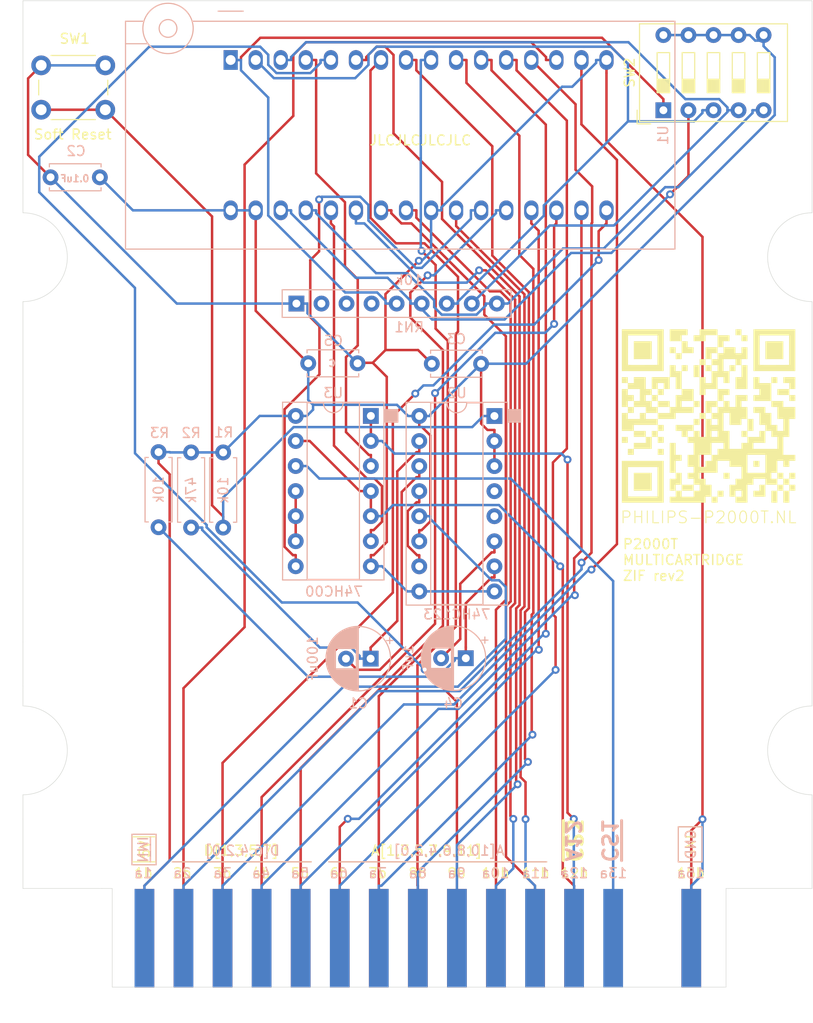
<source format=kicad_pcb>
(kicad_pcb (version 20221018) (generator pcbnew)
  (layers (0 "F.Cu" signal) (31 "B.Cu" signal) (34 "B.Paste" user) (35 "F.Paste" user) (36 "B.SilkS" user "B.Silkscreen") (37 "F.SilkS" user "F.Silkscreen") (38 "B.Mask" user) (39 "F.Mask" user) (44 "Edge.Cuts" user))
  (net 0 "")
  (net 1 "GND")
  (net 2 "+5V")
  (net 3 "D1")
  (net 4 "D3")
  (net 5 "D5")
  (net 6 "D7")
  (net 7 "A1")
  (net 8 "A3")
  (net 9 "A5")
  (net 10 "A7")
  (net 11 "A9")
  (net 12 "A11")
  (net 13 "A12")
  (net 14 "A10")
  (net 15 "A8")
  (net 16 "A6")
  (net 17 "A4")
  (net 18 "A2")
  (net 19 "A0")
  (net 20 "D6")
  (net 21 "D4")
  (net 22 "D2")
  (net 23 "D0")
  (net 24 "~{CARSEL1}")
  (net 25 "~{CARSEL2}")
  (net 26 "A12C")
  (net 27 "A14")
  (net 28 "A15")
  (net 29 "A16")
  (net 30 "A17")
  (net 31 "A18")
  (net 32 "A13")
  (net 33 "~{CS}")
  (net 34 "~{NMI}")
  (net 35 "Net-(U3-Pad10)")
  (net 36 "Net-(C1-Pad1)")
  (net 37 "Net-(C1-Pad2)")
  (net 38 "Net-(C4-Pad1)")
  (net 39 "Net-(C4-Pad2)")
  (net 40 "Net-(R1-Pad2)")
  (net 44 "Net-(U2-Pad10)")
  (footprint "Button_Switch_THT:SW_PUSH_6mm" (layer "F.Cu") (at 44.997 50.695)
    (fp_text reference "SW1")
    (fp_text value "Soft Reset")
  )
  (footprint "Button_Switch_THT:SW_DIP_SPSTx05_Slide_9.78x14.88mm_W7.62mm_P2.54mm" (layer "F.Cu") (at 108.077 55.245 90)
    (fp_text reference "SW2")
    (fp_text value "SW_DIP_x05")
  )
  (footprint "libs:qrcode" (layer "F.Cu") (at 112.649 86.233)
    (fp_text reference "G***")
    (fp_text value "LOGO" hide)
  )
  (footprint "Package_DIP:DIP-14_W7.62mm_Socket" (layer "B.Cu") (at 78.421 86.237 180)
    (fp_text reference "U3")
    (fp_text value "74HC00")
  )
  (footprint "Capacitor_THT:C_Disc_D5.0mm_W2.5mm_P5.00mm" (layer "B.Cu") (at 72.071 80.903)
    (fp_text reference "C5")
    (fp_text value "C")
  )
  (footprint "Capacitor_THT:C_Disc_D5.0mm_W2.5mm_P5.00mm" (layer "B.Cu") (at 50.947 62.045 180)
    (fp_text reference "C2")
    (fp_text value "0.1uF")
  )
  (footprint "Package_DIP:DIP-16_W7.62mm_Socket" (layer "B.Cu") (at 90.947 86.245 180)
    (fp_text reference "U2")
    (fp_text value "74HC123")
  )
  (footprint "Capacitor_THT:CP_Radial_D6.3mm_P2.50mm" (layer "B.Cu") (at 78.397 110.845 180)
    (fp_text reference "C1")
    (fp_text value "100uF")
  )
  (footprint "Capacitor_THT:C_Disc_D5.0mm_W2.5mm_P5.00mm" (layer "B.Cu") (at 89.597 80.945 180)
    (fp_text reference "C3")
    (fp_text value "0.1uF")
  )
  (footprint "Resistor_THT:R_Axial_DIN0207_L6.3mm_D2.5mm_P7.62mm_Horizontal" (layer "B.Cu") (at 63.447 89.935 -90)
    (fp_text reference "R1")
    (fp_text value "10k")
  )
  (footprint "Resistor_THT:R_Axial_DIN0207_L6.3mm_D2.5mm_P7.62mm_Horizontal" (layer "B.Cu") (at 60.197 89.935 -90)
    (fp_text reference "R2")
    (fp_text value "47k")
  )
  (footprint "Resistor_THT:R_Axial_DIN0207_L6.3mm_D2.5mm_P7.62mm_Horizontal" (layer "B.Cu") (at 56.897 97.525 90)
    (fp_text reference "R3")
    (fp_text value "10k")
  )
  (footprint "p2000t_cartridge:p2000t_cartridge_edge" (layer "B.Cu") (at 83.185 139.192)
    (fp_text reference "J1")
    (fp_text value "P2000T_cartridge_edge")
  )
  (footprint "Capacitor_THT:CP_Radial_D6.3mm_P2.50mm" (layer "B.Cu") (at 88.043 110.803 180)
    (fp_text reference "C4")
    (fp_text value "1uF")
  )
  (footprint "Resistor_THT:R_Array_SIP9" (layer "B.Cu") (at 70.872 74.845)
    (fp_text reference "RN1")
    (fp_text value "10k")
  )
  (footprint "Socket:DIP_Socket-32_W11.9_W12.7_W15.24_W17.78_W18.5_3M_232-1285-00-0602J" (layer "B.Cu") (at 64.207 50.1525 -90)
    (fp_text reference "U1")
    (fp_text value "SST39SF040")
  )
  (gr_line (start 96.251 131.445) (end 74.153 131.445) (stroke (width 0.12)) (layer "B.SilkS"))
  (gr_line (start 72.375 131.445) (end 58.278 131.445) (stroke (width 0.12)) (layer "B.SilkS"))
  (gr_line (start 54.197 131.745) (end 54.197 128.645) (stroke (width 0.12)) (layer "B.SilkS"))
  (gr_line (start 111.999 131.451) (end 109.586 131.451) (stroke (width 0.12)) (layer "B.SilkS"))
  (gr_line (start 111.999 127.895) (end 111.999 131.451) (stroke (width 0.12)) (layer "B.SilkS"))
  (gr_line (start 109.586 127.895) (end 111.999 127.895) (stroke (width 0.12)) (layer "B.SilkS"))
  (gr_line (start 109.586 131.451) (end 109.586 127.895) (stroke (width 0.12)) (layer "B.SilkS"))
  (gr_line (start 56.647 131.745) (end 54.197 131.745) (stroke (width 0.12)) (layer "B.SilkS"))
  (gr_rect (start 79.883 85.598) (end 81.153 86.868) (stroke (width 0.12)) (fill solid) (layer "B.SilkS"))
  (gr_line (start 54.197 128.645) (end 56.647 128.645) (stroke (width 0.12)) (layer "B.SilkS"))
  (gr_line (start 56.647 128.645) (end 56.647 131.745) (stroke (width 0.12)) (layer "B.SilkS"))
  (gr_rect (start 92.329 85.598) (end 93.599 86.868) (stroke (width 0.12)) (fill solid) (layer "B.SilkS"))
  (gr_line (start 54.214 128.905) (end 54.214 131.445) (stroke (width 0.12)) (layer "F.SilkS"))
  (gr_line (start 109.586 131.445) (end 111.999 131.445) (stroke (width 0.12)) (layer "F.SilkS"))
  (gr_line (start 109.586 127.889) (end 109.586 131.445) (stroke (width 0.12)) (layer "F.SilkS"))
  (gr_line (start 56.627 131.445) (end 56.627 128.905) (stroke (width 0.12)) (layer "F.SilkS"))
  (gr_line (start 58.278 131.445) (end 72.375 131.445) (stroke (width 0.12)) (layer "F.SilkS"))
  (gr_line (start 56.627 128.905) (end 54.214 128.905) (stroke (width 0.12)) (layer "F.SilkS"))
  (gr_line (start 54.214 131.445) (end 56.627 131.445) (stroke (width 0.12)) (layer "F.SilkS"))
  (gr_line (start 111.999 127.889) (end 109.586 127.889) (stroke (width 0.12)) (layer "F.SilkS"))
  (gr_line (start 111.999 131.445) (end 111.999 127.889) (stroke (width 0.12)) (layer "F.SilkS"))
  (gr_line (start 74.153 131.445) (end 96.251 131.445) (stroke (width 0.12)) (layer "F.SilkS"))
  (gr_line (start 43.147 63.645) (end 43.147 59.145) (stroke (width 0.05)) (layer "Edge.Cuts"))
  (gr_line (start 43.147 109.145) (end 43.147 113.645) (stroke (width 0.05)) (layer "Edge.Cuts"))
  (gr_arc (start 43.147 115.645) (mid 47.647 120.145) (end 43.147 124.645) (stroke (width 0.05)) (layer "Edge.Cuts"))
  (gr_line (start 43.147 114.145) (end 43.147 113.645) (stroke (width 0.05)) (layer "Edge.Cuts"))
  (gr_line (start 43.147 127.145) (end 43.147 124.645) (stroke (width 0.05)) (layer "Edge.Cuts"))
  (gr_line (start 43.147 115.645) (end 43.147 114.145) (stroke (width 0.05)) (layer "Edge.Cuts"))
  (gr_arc (start 43.147 65.645) (mid 47.647 70.145) (end 43.147 74.645) (stroke (width 0.05)) (layer "Edge.Cuts"))
  (gr_line (start 123.147 127.145) (end 123.147 124.645) (stroke (width 0.05)) (layer "Edge.Cuts"))
  (gr_line (start 43.147 109.145) (end 43.147 74.645) (stroke (width 0.05)) (layer "Edge.Cuts"))
  (gr_line (start 43.147 65.645) (end 43.147 63.645) (stroke (width 0.05)) (layer "Edge.Cuts"))
  (gr_line (start 123.147 134.145) (end 123.147 127.145) (stroke (width 0.05)) (layer "Edge.Cuts"))
  (gr_line (start 43.147 44.145) (end 43.147 59.145) (stroke (width 0.05)) (layer "Edge.Cuts"))
  (gr_line (start 43.147 134.145) (end 43.147 127.145) (stroke (width 0.05)) (layer "Edge.Cuts"))
  (gr_line (start 123.147 74.745) (end 123.147 74.645) (stroke (width 0.05)) (layer "Edge.Cuts"))
  (gr_line (start 123.147 115.645) (end 123.147 110.045) (stroke (width 0.05)) (layer "Edge.Cuts"))
  (gr_line (start 123.147 100.457) (end 123.147001 94.845) (stroke (width 0.05)) (layer "Edge.Cuts"))
  (gr_line (start 123.147001 83.445001) (end 123.147 77.845) (stroke (width 0.05)) (layer "Edge.Cuts"))
  (gr_line (start 123.147 63.445) (end 123.147 57.845) (stroke (width 0.05)) (layer "Edge.Cuts"))
  (gr_line (start 114.427 134.145) (end 115.147 134.145) (stroke (width 0.05)) (layer "Edge.Cuts"))
  (gr_line (start 114.427 144.145) (end 52.197 144.145) (stroke (width 0.05)) (layer "Edge.Cuts"))
  (gr_line (start 51.147 134.145) (end 52.197 134.145) (stroke (width 0.05)) (layer "Edge.Cuts"))
  (gr_line (start 51.147 134.145) (end 43.147 134.145) (stroke (width 0.05)) (layer "Edge.Cuts"))
  (gr_line (start 123.147 110.045) (end 123.147 100.457) (stroke (width 0.05)) (layer "Edge.Cuts"))
  (gr_line (start 123.147 56.145) (end 123.147 44.145) (stroke (width 0.05)) (layer "Edge.Cuts"))
  (gr_line (start 123.147 44.145) (end 43.147 44.145) (stroke (width 0.05)) (layer "Edge.Cuts"))
  (gr_line (start 123.147 74.745) (end 123.147 77.845) (stroke (width 0.05)) (layer "Edge.Cuts"))
  (gr_line (start 52.197 144.145) (end 52.197 134.145) (stroke (width 0.05)) (layer "Edge.Cuts"))
  (gr_line (start 114.427 144.145) (end 114.427 134.145) (stroke (width 0.05)) (layer "Edge.Cuts"))
  (gr_arc (start 123.147 74.645) (mid 118.647 70.145) (end 123.147 65.645) (stroke (width 0.05)) (layer "Edge.Cuts"))
  (gr_line (start 123.147 56.145) (end 123.147 57.845) (stroke (width 0.05)) (layer "Edge.Cuts"))
  (gr_line (start 115.147 134.145) (end 123.147 134.145) (stroke (width 0.05)) (layer "Edge.Cuts"))
  (gr_arc (start 123.147 124.645) (mid 118.647 120.145) (end 123.147 115.645) (stroke (width 0.05)) (layer "Edge.Cuts"))
  (gr_line (start 123.147 65.645) (end 123.147 63.445) (stroke (width 0.05)) (layer "Edge.Cuts"))
  (gr_line (start 123.147001 83.445001) (end 123.147001 94.845) (stroke (width 0.05)) (layer "Edge.Cuts"))
  (gr_text "15a" (at 110.856 132.588) (layer "B.SilkS") (effects (font (size 1 1)) (justify mirror)))
  (gr_text "~{CS1}" (at 102.601 129.286 -90) (layer "B.SilkS") (effects (font (size 1.5 1.5) (thickness 0.3)) (justify mirror)))
  (gr_text "A12" (at 98.918 129.286 -90) (layer "B.SilkS") (effects (font (size 1.5 1.5) (thickness 0.3)) (justify mirror)))
  (gr_text "A[10,8,6,4,2,0]" (at 86.345 130.302) (layer "B.SilkS") (effects (font (size 1 1)) (justify mirror)))
  (gr_text "D[6,4,2,0]" (at 65.39 130.302) (layer "B.SilkS") (effects (font (size 1 1)) (justify mirror)))
  (gr_text "1a" (at 55.344 132.588) (layer "B.SilkS") (effects (font (size 1 1)) (justify mirror)))
  (gr_text "~{NMI}" (at 55.247 130.195 270) (layer "B.SilkS") (effects (font (size 1 1)) (justify mirror)))
  (gr_text "GND" (at 110.856 129.673 90) (layer "B.SilkS") (effects (font (size 1 1)) (justify mirror)))
  (gr_text "12a" (at 99.045 132.588) (layer "B.SilkS") (effects (font (size 1 1)) (justify mirror)))
  (gr_text "5a" (at 71.232 132.588) (layer "B.SilkS") (effects (font (size 1 1)) (justify mirror)))
  (gr_text "3a" (at 63.358 132.588) (layer "B.SilkS") (effects (font (size 1 1)) (justify mirror)))
  (gr_text "13a" (at 102.982 132.588) (layer "B.SilkS") (effects (font (size 1 1)) (justify mirror)))
  (gr_text "10a" (at 91.044 132.588) (layer "B.SilkS") (effects (font (size 1 1)) (justify mirror)))
  (gr_text "6a" (at 75.169 132.588) (layer "B.SilkS") (effects (font (size 1 1)) (justify mirror)))
  (gr_text "8a" (at 83.17 132.588) (layer "B.SilkS") (effects (font (size 1 1)) (justify mirror)))
  (gr_text "4a" (at 67.295 132.588) (layer "B.SilkS") (effects (font (size 1 1)) (justify mirror)))
  (gr_text "2a" (at 59.294 132.588) (layer "B.SilkS") (effects (font (size 1 1)) (justify mirror)))
  (gr_text "7a" (at 79.106 132.588) (layer "B.SilkS") (effects (font (size 1 1)) (justify mirror)))
  (gr_text "11a" (at 95.108 132.588) (layer "B.SilkS") (effects (font (size 1 1)) (justify mirror)))
  (gr_text "9a" (at 87.107 132.588) (layer "B.SilkS") (effects (font (size 1 1)) (justify mirror)))
  (gr_text "9b" (at 87.107 132.588) (layer "F.SilkS") (effects (font (size 1 1))))
  (gr_text "6b" (at 75.169 132.588) (layer "F.SilkS") (effects (font (size 1 1))))
  (gr_text "8b" (at 83.17 132.588) (layer "F.SilkS") (effects (font (size 1 1))))
  (gr_text "4b" (at 67.295 132.588) (layer "F.SilkS") (effects (font (size 1 1))))
  (gr_text "1b" (at 55.357 132.588) (layer "F.SilkS") (effects (font (size 1 1))))
  (gr_text "2b" (at 59.294 132.588) (layer "F.SilkS") (effects (font (size 1 1))))
  (gr_text "5b" (at 71.232 132.588) (layer "F.SilkS") (effects (font (size 1 1))))
  (gr_text "7b" (at 79.106 132.588) (layer "F.SilkS") (effects (font (size 1 1))))
  (gr_text "11b" (at 95.108 132.588) (layer "F.SilkS") (effects (font (size 1 1))))
  (gr_text "12b" (at 99.045 132.588) (layer "F.SilkS") (effects (font (size 1 1))))
  (gr_text "15b" (at 110.856 132.588) (layer "F.SilkS") (effects (font (size 1 1))))
  (gr_text "3b" (at 63.358 132.588) (layer "F.SilkS") (effects (font (size 1 1))))
  (gr_text "10b" (at 91.044 132.588) (layer "F.SilkS") (effects (font (size 1 1))))
  (gr_text "GND" (at 110.856 129.667 90) (layer "F.SilkS") (effects (font (size 1 1))))
  (gr_text "A[1,3,5,7,9,11]" (at 84.059 130.302) (layer "F.SilkS") (effects (font (size 1 1))))
  (gr_text "P2000T\nMULTICARTRIDGE\nZIF rev2" (at 103.886 100.838) (layer "F.SilkS") (effects (font (size 1 1)) (justify left)))
  (gr_text "5V" (at 55.484 130.175 90) (layer "F.SilkS") (effects (font (size 1 1))))
  (gr_text "JLCJLCJLCJLC" (at 83.439 58.293) (layer "F.SilkS") (effects (font (size 1 1))))
  (gr_text "D[1,3,5,7]" (at 65.263 130.302) (layer "F.SilkS") (effects (font (size 1 1))))
  (gr_text "~{CS2}" (at 99.172 129.286 90) (layer "F.SilkS") (effects (font (size 1.5 1.5) (thickness 0.3))))
  (gr_text "PHILIPS-P2000T.NL" (at 112.649 96.52) (layer "F.SilkS") (effects (font (size 1.2 1.2) (thickness 0.1))))
  (segment (start 102.307 58.3543) (end 102.307 51.4778) (width 0.25) (layer "F.Cu") (net 1))
  (segment (start 77.1235 80.8505) (end 78.6087 80.8505) (width 0.25) (layer "F.Cu") (net 1))
  (segment (start 43.6717 59.7697) (end 43.6717 52.0203) (width 0.25) (layer "F.Cu") (net 1))
  (segment (start 78.7023 100.3517) (end 78.421 100.3517) (width 0.25) (layer "F.Cu") (net 1))
  (segment (start 43.6717 52.0203) (end 44.997 50.695) (width 0.25) (layer "F.Cu") (net 1))
  (segment (start 110.905 139.192) (end 110.905 133.8667) (width 0.25) (layer "F.Cu") (net 1))
  (segment (start 110.905 128.2615) (end 110.905 133.8667) (width 0.25) (layer "F.Cu") (net 1))
  (segment (start 112.04 68.0873) (end 102.307 58.3543) (width 0.25) (layer "F.Cu") (net 1))
  (segment (start 45.947 62.045) (end 43.6717 59.7697) (width 0.25) (layer "F.Cu") (net 1))
  (segment (start 112.04 127.1265) (end 110.905 128.2615) (width 0.25) (layer "F.Cu") (net 1))
  (segment (start 78.6087 80.8505) (end 79.9017 79.5575) (width 0.25) (layer "F.Cu") (net 1))
  (segment (start 78.421 101.477) (end 78.421 100.3517) (width 0.25) (layer "F.Cu") (net 1))
  (segment (start 79.9017 73.8844) (end 83.2813 70.5048) (width 0.25) (layer "F.Cu") (net 1))
  (segment (start 77.071 80.903) (end 77.1235 80.8505) (width 0.25) (layer "F.Cu") (net 1))
  (segment (start 102.307 50.1525) (end 102.307 51.4778) (width 0.25) (layer "F.Cu") (net 1))
  (segment (start 79.9017 79.5575) (end 79.9017 73.8844) (width 0.25) (layer "F.Cu") (net 1))
  (segment (start 79.9017 79.5575) (end 83.2095 79.5575) (width 0.25) (layer "F.Cu") (net 1))
  (segment (start 78.6087 80.8505) (end 80.031 82.2728) (width 0.25) (layer "F.Cu") (net 1))
  (segment (start 112.04 127.1265) (end 112.04 68.0873) (width 0.25) (layer "F.Cu") (net 1))
  (segment (start 80.031 82.2728) (end 80.031 99.023) (width 0.25) (layer "F.Cu") (net 1))
  (segment (start 80.031 99.023) (end 78.7023 100.3517) (width 0.25) (layer "F.Cu") (net 1))
  (segment (start 83.2095 79.5575) (end 84.597 80.945) (width 0.25) (layer "F.Cu") (net 1))
  (via (at 83.2813 70.5048) (size 0.8) (drill 0.4) (layers "F.Cu" "B.Cu") (net 1))
  (via (at 112.04 127.1265) (size 0.8) (drill 0.4) (layers "F.Cu" "B.Cu") (net 1))
  (segment (start 78.421 101.477) (end 79.5463 101.477) (width 0.25) (layer "B.Cu") (net 1))
  (segment (start 83.327 104.025) (end 82.0943 104.025) (width 0.25) (layer "B.Cu") (net 1))
  (segment (start 110.905 139.192) (end 110.905 133.8667) (width 0.25) (layer "B.Cu") (net 1))
  (segment (start 110.905 133.8667) (end 112.04 132.7317) (width 0.25) (layer "B.Cu") (net 1))
  (segment (start 70.872 74.845) (end 71.9973 74.845) (width 0.25) (layer "B.Cu") (net 1))
  (segment (start 90.947 104.025) (end 83.327 104.025) (width 0.25) (layer "B.Cu") (net 1))
  (segment (start 85.5723 65.3925) (end 85.5723 65.0985) (width 0.25) (layer "B.Cu") (net 1))
  (segment (start 101.2617 50.44) (end 101.2617 50.1525) (width 0.25) (layer "B.Cu") (net 1))
  (segment (start 82.0943 104.025) (end 79.5463 101.477) (width 0.25) (layer "B.Cu") (net 1))
  (segment (start 98.8383 52.8634) (end 101.2617 50.44) (width 0.25) (layer "B.Cu") (net 1))
  (segment (start 45.947 62.045) (end 58.747 74.845) (width 0.25) (layer "B.Cu") (net 1))
  (segment (start 84.527 65.3925) (end 84.527 66.7178) (width 0.25) (layer "B.Cu") (net 1))
  (segment (start 85.5723 65.0985) (end 97.8074 52.8634) (width 0.25) (layer "B.Cu") (net 1))
  (segment (start 97.8074 52.8634) (end 98.8383 52.8634) (width 0.25) (layer "B.Cu") (net 1))
  (segment (start 71.9973 74.845) (end 71.9973 75.8293) (width 0.25) (layer "B.Cu") (net 1))
  (segment (start 112.04 132.7317) (end 112.04 127.1265) (width 0.25) (layer "B.Cu") (net 1))
  (segment (start 51.497 50.695) (end 44.997 50.695) (width 0.25) (layer "B.Cu") (net 1))
  (segment (start 102.307 50.1525) (end 101.2617 50.1525) (width 0.25) (layer "B.Cu") (net 1))
  (segment (start 83.2813 70.5048) (end 83.5846 70.5048) (width 0.25) (layer "B.Cu") (net 1))
  (segment (start 83.5846 70.5048) (end 84.527 69.5624) (width 0.25) (layer "B.Cu") (net 1))
  (segment (start 84.527 69.5624) (end 84.527 66.7178) (width 0.25) (layer "B.Cu") (net 1))
  (segment (start 71.9973 75.8293) (end 77.071 80.903) (width 0.25) (layer "B.Cu") (net 1))
  (segment (start 84.527 65.3925) (end 85.5723 65.3925) (width 0.25) (layer "B.Cu") (net 1))
  (segment (start 58.747 74.845) (end 70.872 74.845) (width 0.25) (layer "B.Cu") (net 1))
  (segment (start 90.2437 87.6597) (end 90.947 87.6597) (width 0.25) (layer "F.Cu") (net 2))
  (segment (start 83.5619 97.8197) (end 83.327 97.8197) (width 0.25) (layer "F.Cu") (net 2))
  (segment (start 55.465 139.192) (end 55.465 133.8667) (width 0.25) (layer "F.Cu") (net 2))
  (segment (start 58.0244 131.3073) (end 55.465 133.8667) (width 0.25) (layer "F.Cu") (net 2))
  (segment (start 89.597 80.945) (end 89.597 87.013) (width 0.25) (layer "F.Cu") (net 2))
  (segment (start 84.4531 88.2151) (end 84.4531 96.9285) (width 0.25) (layer "F.Cu") (net 2))
  (segment (start 56.897 91.0303) (end 58.0244 92.1577) (width 0.25) (layer "F.Cu") (net 2))
  (segment (start 83.327 87.3703) (end 83.6083 87.3703) (width 0.25) (layer "F.Cu") (net 2))
  (segment (start 83.327 86.245) (end 83.327 87.3703) (width 0.25) (layer "F.Cu") (net 2))
  (segment (start 56.897 89.905) (end 56.897 91.0303) (width 0.25) (layer "F.Cu") (net 2))
  (segment (start 83.6083 87.3703) (end 84.4531 88.2151) (width 0.25) (layer "F.Cu") (net 2))
  (segment (start 58.0244 92.1577) (end 58.0244 131.3073) (width 0.25) (layer "F.Cu") (net 2))
  (segment (start 83.327 98.945) (end 83.327 97.8197) (width 0.25) (layer "F.Cu") (net 2))
  (segment (start 89.597 87.013) (end 90.2437 87.6597) (width 0.25) (layer "F.Cu") (net 2))
  (segment (start 66.747 65.3925) (end 66.747 75.579) (width 0.25) (layer "F.Cu") (net 2))
  (segment (start 66.747 75.579) (end 72.071 80.903) (width 0.25) (layer "F.Cu") (net 2))
  (segment (start 90.947 88.785) (end 90.947 87.6597) (width 0.25) (layer "F.Cu") (net 2))
  (segment (start 90.947 91.325) (end 90.947 88.785) (width 0.25) (layer "F.Cu") (net 2))
  (segment (start 84.4531 96.9285) (end 83.5619 97.8197) (width 0.25) (layer "F.Cu") (net 2))
  (segment (start 72.071 84.6214) (end 72.5613 85.1117) (width 0.25) (layer "B.Cu") (net 2))
  (segment (start 72.5613 85.602) (end 71.9263 86.237) (width 0.25) (layer "B.Cu") (net 2))
  (segment (start 119.3623 55.7362) (end 94.1535 80.945) (width 0.25) (layer "B.Cu") (net 2))
  (segment (start 110.617 47.625) (end 113.157 47.625) (width 0.25) (layer "B.Cu") (net 2))
  (segment (start 60.197 89.935) (end 58.0523 89.935) (width 0.25) (layer "B.Cu") (net 2))
  (segment (start 70.801 86.237) (end 71.9263 86.237) (width 0.25) (layer "B.Cu") (net 2))
  (segment (start 72.5613 85.1117) (end 72.5613 85.602) (width 0.25) (layer "B.Cu") (net 2))
  (segment (start 63.447 89.935) (end 67.145 86.237) (width 0.25) (layer "B.Cu") (net 2))
  (segment (start 54.2945 65.3925) (end 50.947 62.045) (width 0.25) (layer "B.Cu") (net 2))
  (segment (start 108.077 47.625) (end 110.617 47.625) (width 0.25) (layer "B.Cu") (net 2))
  (segment (start 117.3849 48.1876) (end 116.8223 47.625) (width 0.25) (layer "B.Cu") (net 2))
  (segment (start 118.237 48.7503) (end 119.3623 49.8756) (width 0.25) (layer "B.Cu") (net 2))
  (segment (start 66.747 65.3925) (end 64.207 65.3925) (width 0.25) (layer "B.Cu") (net 2))
  (segment (start 63.447 89.935) (end 60.197 89.935) (width 0.25) (layer "B.Cu") (net 2))
  (segment (start 113.157 47.625) (end 115.697 47.625) (width 0.25) (layer "B.Cu") (net 2))
  (segment (start 72.5613 85.1117) (end 81.0684 85.1117) (width 0.25) (layer "B.Cu") (net 2))
  (segment (start 94.1535 80.945) (end 89.597 80.945) (width 0.25) (layer "B.Cu") (net 2))
  (segment (start 118.237 48.1876) (end 117.3849 48.1876) (width 0.25) (layer "B.Cu") (net 2))
  (segment (start 119.3623 49.8756) (end 119.3623 55.7362) (width 0.25) (layer "B.Cu") (net 2))
  (segment (start 72.071 80.903) (end 72.071 84.6214) (width 0.25) (layer "B.Cu") (net 2))
  (segment (start 84.4523 86.0897) (end 89.597 80.945) (width 0.25) (layer "B.Cu") (net 2))
  (segment (start 56.897 89.905) (end 58.0223 89.905) (width 0.25) (layer "B.Cu") (net 2))
  (segment (start 64.207 65.3925) (end 54.2945 65.3925) (width 0.25) (layer "B.Cu") (net 2))
  (segment (start 84.4523 86.245) (end 84.4523 86.0897) (width 0.25) (layer "B.Cu") (net 2))
  (segment (start 81.0684 85.1117) (end 82.2017 86.245) (width 0.25) (layer "B.Cu") (net 2))
  (segment (start 115.697 47.625) (end 116.8223 47.625) (width 0.25) (layer "B.Cu") (net 2))
  (segment (start 118.237 47.625) (end 118.237 48.1876) (width 0.25) (layer "B.Cu") (net 2))
  (segment (start 58.0523 89.935) (end 58.0223 89.905) (width 0.25) (layer "B.Cu") (net 2))
  (segment (start 118.237 48.1876) (end 118.237 48.7503) (width 0.25) (layer "B.Cu") (net 2))
  (segment (start 83.327 86.245) (end 84.4523 86.245) (width 0.25) (layer "B.Cu") (net 2))
  (segment (start 67.145 86.237) (end 70.801 86.237) (width 0.25) (layer "B.Cu") (net 2))
  (segment (start 83.327 86.245) (end 82.2017 86.245) (width 0.25) (layer "B.Cu") (net 2))
  (segment (start 65.6208 60.7569) (end 65.6208 107.6431) (width 0.25) (layer "F.Cu") (net 3))
  (segment (start 94.6718 48.3486) (end 71.8648 48.3486) (width 0.25) (layer "F.Cu") (net 3))
  (segment (start 59.425 113.8389) (end 59.425 139.192) (width 0.25) (layer "F.Cu") (net 3))
  (segment (start 65.6208 107.6431) (end 59.425 113.8389) (width 0.25) (layer "F.Cu") (net 3))
  (segment (start 96.1817 49.8585) (end 94.6718 48.3486) (width 0.25) (layer "F.Cu") (net 3))
  (segment (start 97.227 50.1525) (end 96.1817 50.1525) (width 0.25) (layer "F.Cu") (net 3))
  (segment (start 71.8648 48.3486) (end 70.557 49.6564) (width 0.25) (layer "F.Cu") (net 3))
  (segment (start 70.557 49.6564) (end 70.557 55.8207) (width 0.25) (layer "F.Cu") (net 3))
  (segment (start 70.557 55.8207) (end 65.6208 60.7569) (width 0.25) (layer "F.Cu") (net 3))
  (segment (start 96.1817 50.1525) (end 96.1817 49.8585) (width 0.25) (layer "F.Cu") (net 3))
  (segment (start 101.5145 67.5103) (end 102.307 66.7178) (width 0.25) (layer "F.Cu") (net 4))
  (segment (start 82.9269 83.9712) (end 80.6473 86.2508) (width 0.25) (layer "F.Cu") (net 4))
  (segment (start 63.385 139.192) (end 63.385 133.8667) (width 0.25) (layer "F.Cu") (net 4))
  (segment (start 80.6473 86.2508) (end 80.6473 104.1513) (width 0.25) (layer "F.Cu") (net 4))
  (segment (start 101.5145 70.4379) (end 101.5145 67.5103) (width 0.25) (layer "F.Cu") (net 4))
  (segment (start 102.307 65.3925) (end 102.307 66.7178) (width 0.25) (layer "F.Cu") (net 4))
  (segment (start 80.6473 104.1513) (end 63.385 121.4136) (width 0.25) (layer "F.Cu") (net 4))
  (segment (start 63.385 121.4136) (end 63.385 133.8667) (width 0.25) (layer "F.Cu") (net 4))
  (via (at 82.9269 83.9712) (size 0.8) (drill 0.4) (layers "F.Cu" "B.Cu") (net 4))
  (via (at 101.5145 70.4379) (size 0.8) (drill 0.4) (layers "F.Cu" "B.Cu") (net 4))
  (segment (start 90.9245 76.9755) (end 84.7547 83.1453) (width 0.25) (layer "B.Cu") (net 4))
  (segment (start 83.7528 83.1453) (end 82.9269 83.9712) (width 0.25) (layer "B.Cu") (net 4))
  (segment (start 84.7547 83.1453) (end 83.7528 83.1453) (width 0.25) (layer "B.Cu") (net 4))
  (segment (start 101.5145 70.4379) (end 94.9769 76.9755) (width 0.25) (layer "B.Cu") (net 4))
  (segment (start 94.9769 76.9755) (end 90.9245 76.9755) (width 0.25) (layer "B.Cu") (net 4))
  (segment (start 84.9307 107.3011) (end 67.345 124.8868) (width 0.25) (layer "F.Cu") (net 5))
  (segment (start 97.227 65.3925) (end 97.227 66.7178) (width 0.25) (layer "F.Cu") (net 5))
  (segment (start 84.9307 83.9219) (end 84.9307 107.3011) (width 0.25) (layer "F.Cu") (net 5))
  (segment (start 97.227 66.7178) (end 96.9986 66.9462) (width 0.25) (layer "F.Cu") (net 5))
  (segment (start 67.345 139.192) (end 67.345 133.8667) (width 0.25) (layer "F.Cu") (net 5))
  (segment (start 67.345 124.8868) (end 67.345 133.8667) (width 0.25) (layer "F.Cu") (net 5))
  (segment (start 96.9986 66.9462) (end 96.9986 76.9097) (width 0.25) (layer "F.Cu") (net 5))
  (via (at 84.9307 83.9219) (size 0.8) (drill 0.4) (layers "F.Cu" "B.Cu") (net 5))
  (via (at 96.9986 76.9097) (size 0.8) (drill 0.4) (layers "F.Cu" "B.Cu") (net 5))
  (segment (start 84.9307 83.9219) (end 91.0423 77.8103) (width 0.25) (layer "B.Cu") (net 5))
  (segment (start 96.098 77.8103) (end 96.9986 76.9097) (width 0.25) (layer "B.Cu") (net 5))
  (segment (start 91.0423 77.8103) (end 96.098 77.8103) (width 0.25) (layer "B.Cu") (net 5))
  (segment (start 82.4209 76.2567) (end 85.7272 79.563) (width 0.25) (layer "F.Cu") (net 6))
  (segment (start 84.1745 71.9829) (end 82.4209 73.7365) (width 0.25) (layer "F.Cu") (net 6))
  (segment (start 71.305 121.9371) (end 71.305 139.192) (width 0.25) (layer "F.Cu") (net 6))
  (segment (start 85.7272 79.563) (end 85.7272 107.5149) (width 0.25) (layer "F.Cu") (net 6))
  (segment (start 82.4209 73.7365) (end 82.4209 76.2567) (width 0.25) (layer "F.Cu") (net 6))
  (segment (start 85.7272 107.5149) (end 71.305 121.9371) (width 0.25) (layer "F.Cu") (net 6))
  (via (at 84.1745 71.9829) (size 0.8) (drill 0.4) (layers "F.Cu" "B.Cu") (net 6))
  (segment (start 92.147 65.3925) (end 91.1017 65.3925) (width 0.25) (layer "B.Cu") (net 6))
  (segment (start 84.8053 71.9829) (end 84.1745 71.9829) (width 0.25) (layer "B.Cu") (net 6))
  (segment (start 91.1017 65.3925) (end 91.1017 65.6865) (width 0.25) (layer "B.Cu") (net 6))
  (segment (start 91.1017 65.6865) (end 84.8053 71.9829) (width 0.25) (layer "B.Cu") (net 6))
  (segment (start 90.6523 50.1525) (end 90.6523 51.1978) (width 0.25) (layer "F.Cu") (net 7))
  (segment (start 76.0811 127.0824) (end 75.265 127.8985) (width 0.25) (layer "F.Cu") (net 7))
  (segment (start 89.607 50.1525) (end 90.6523 50.1525) (width 0.25) (layer "F.Cu") (net 7))
  (segment (start 96.1576 56.7031) (end 96.1576 108.3207) (width 0.25) (layer "F.Cu") (net 7))
  (segment (start 90.6523 51.1978) (end 96.1576 56.7031) (width 0.25) (layer "F.Cu") (net 7))
  (segment (start 75.265 127.8985) (end 75.265 139.192) (width 0.25) (layer "F.Cu") (net 7))
  (via (at 96.1576 108.3207) (size 0.8) (drill 0.4) (layers "F.Cu" "B.Cu") (net 7))
  (via (at 76.0811 127.0824) (size 0.8) (drill 0.4) (layers "F.Cu" "B.Cu") (net 7))
  (segment (start 95.9765 108.3207) (end 77.2148 127.0824) (width 0.25) (layer "B.Cu") (net 7))
  (segment (start 77.2148 127.0824) (end 76.0811 127.0824) (width 0.25) (layer "B.Cu") (net 7))
  (segment (start 96.1576 108.3207) (end 95.9765 108.3207) (width 0.25) (layer "B.Cu") (net 7))
  (segment (start 79.225 114.654) (end 79.225 133.8667) (width 0.25) (layer "F.Cu") (net 8))
  (segment (start 86.2185 78.6205) (end 86.2185 107.6605) (width 0.25) (layer "F.Cu") (net 8))
  (segment (start 83.5592 69.5044) (end 84.9865 70.9317) (width 0.25) (layer "F.Cu") (net 8))
  (segment (start 86.2185 107.6605) (end 79.225 114.654) (width 0.25) (layer "F.Cu") (net 8))
  (segment (start 79.225 139.192) (end 79.225 133.8667) (width 0.25) (layer "F.Cu") (net 8))
  (segment (start 84.9865 77.3885) (end 86.2185 78.6205) (width 0.25) (layer "F.Cu") (net 8))
  (segment (start 84.9865 70.9317) (end 84.9865 77.3885) (width 0.25) (layer "F.Cu") (net 8))
  (via (at 83.5592 69.5044) (size 0.8) (drill 0.4) (layers "F.Cu" "B.Cu") (net 8))
  (segment (start 84.527 50.1525) (end 83.4817 50.1525) (width 0.25) (layer "B.Cu") (net 8))
  (segment (start 83.4817 50.1525) (end 83.4817 69.4269) (width 0.25) (layer "B.Cu") (net 8))
  (segment (start 83.4817 69.4269) (end 83.5592 69.5044) (width 0.25) (layer "B.Cu") (net 8))
  (segment (start 83.1459 111.4893) (end 83.1459 133.8276) (width 0.25) (layer "F.Cu") (net 9))
  (segment (start 83.8562 68.7371) (end 87.2566 72.1375) (width 0.25) (layer "F.Cu") (net 9))
  (segment (start 83.185 139.192) (end 83.185 133.8667) (width 0.25) (layer "F.Cu") (net 9))
  (segment (start 78.3826 66.1571) (end 80.9626 68.7371) (width 0.25) (layer "F.Cu") (net 9))
  (segment (start 87.2566 77.6923) (end 87.0313 77.9176) (width 0.25) (layer "F.Cu") (net 9))
  (segment (start 87.2566 72.1375) (end 87.2566 77.6923) (width 0.25) (layer "F.Cu") (net 9))
  (segment (start 80.9626 68.7371) (end 83.8562 68.7371) (width 0.25) (layer "F.Cu") (net 9))
  (segment (start 87.0313 107.6039) (end 83.1459 111.4893) (width 0.25) (layer "F.Cu") (net 9))
  (segment (start 78.3826 51.2169) (end 78.3826 66.1571) (width 0.25) (layer "F.Cu") (net 9))
  (segment (start 87.0313 77.9176) (end 87.0313 107.6039) (width 0.25) (layer "F.Cu") (net 9))
  (segment (start 83.1459 133.8276) (end 83.185 133.8667) (width 0.25) (layer "F.Cu") (net 9))
  (segment (start 79.447 50.1525) (end 78.3826 51.2169) (width 0.25) (layer "F.Cu") (net 9))
  (segment (start 83.8712 111.9488) (end 87.145 115.2226) (width 0.25) (layer "F.Cu") (net 10))
  (segment (start 87.145 115.2226) (end 87.145 139.192) (width 0.25) (layer "F.Cu") (net 10))
  (via (at 83.8712 111.9488) (size 0.8) (drill 0.4) (layers "F.Cu" "B.Cu") (net 10))
  (segment (start 72.2893 51.4789) (end 68.8528 51.4789) (width 0.25) (layer "B.Cu") (net 10))
  (segment (start 73.3217 50.1525) (end 73.3217 50.4465) (width 0.25) (layer "B.Cu") (net 10))
  (segment (start 44.7997 59.9577) (end 44.7997 63.5544) (width 0.25) (layer "B.Cu") (net 10))
  (segment (start 54.5065 73.2612) (end 54.5065 90.0207) (width 0.25) (layer "B.Cu") (net 10))
  (segment (start 61.7727 97.5272) (end 69.3959 105.1504) (width 0.25) (layer "B.Cu") (net 10))
  (segment (start 68.017 50.6431) (end 68.017 49.6215) (width 0.25) (layer "B.Cu") (net 10))
  (segment (start 61.7727 97.2869) (end 61.7727 97.5272) (width 0.25) (layer "B.Cu") (net 10))
  (segment (start 55.9525 48.8049) (end 44.7997 59.9577) (width 0.25) (layer "B.Cu") (net 10))
  (segment (start 68.8528 51.4789) (end 68.017 50.6431) (width 0.25) (layer "B.Cu") (net 10))
  (segment (start 68.017 49.6215) (end 67.2004 48.8049) (width 0.25) (layer "B.Cu") (net 10))
  (segment (start 77.0728 105.1504) (end 83.8712 111.9488) (width 0.25) (layer "B.Cu") (net 10))
  (segment (start 54.5065 90.0207) (end 61.7727 97.2869) (width 0.25) (layer "B.Cu") (net 10))
  (segment (start 69.3959 105.1504) (end 77.0728 105.1504) (width 0.25) (layer "B.Cu") (net 10))
  (segment (start 44.7997 63.5544) (end 54.5065 73.2612) (width 0.25) (layer "B.Cu") (net 10))
  (segment (start 73.3217 50.4465) (end 72.2893 51.4789) (width 0.25) (layer "B.Cu") (net 10))
  (segment (start 74.367 50.1525) (end 73.3217 50.1525) (width 0.25) (layer "B.Cu") (net 10))
  (segment (start 67.2004 48.8049) (end 55.9525 48.8049) (width 0.25) (layer "B.Cu") (net 10))
  (segment (start 89.922 74.1052) (end 89.922 75.9704) (width 0.25) (layer "F.Cu") (net 11))
  (segment (start 91.105 105.8878) (end 91.105 139.192) (width 0.25) (layer "F.Cu") (net 11))
  (segment (start 82.5347 66.7179) (end 89.922 74.1052) (width 0.25) (layer "F.Cu") (net 11))
  (segment (start 92.1053 104.8875) (end 91.105 105.8878) (width 0.25) (layer "F.Cu") (net 11))
  (segment (start 92.1053 78.1537) (end 92.1053 104.8875) (width 0.25) (layer "F.Cu") (net 11))
  (segment (start 89.922 75.9704) (end 92.1053 78.1537) (width 0.25) (layer "F.Cu") (net 11))
  (segment (start 79.447 65.3925) (end 80.4923 65.3925) (width 0.25) (layer "F.Cu") (net 11))
  (segment (start 81.5237 66.7179) (end 82.5347 66.7179) (width 0.25) (layer "F.Cu") (net 11))
  (segment (start 80.4923 65.6865) (end 81.5237 66.7179) (width 0.25) (layer "F.Cu") (net 11))
  (segment (start 80.4923 65.3925) (end 80.4923 65.6865) (width 0.25) (layer "F.Cu") (net 11))
  (segment (start 92.1215 130.9232) (end 95.065 133.8667) (width 0.25) (layer "F.Cu") (net 12))
  (segment (start 92.5938 74.6487) (end 92.5938 105.0359) (width 0.25) (layer "F.Cu") (net 12))
  (segment (start 83.0323 65.3925) (end 83.0323 66.1402) (width 0.25) (layer "F.Cu") (net 12))
  (segment (start 90.4988 73.6067) (end 91.5518 73.6067) (width 0.25) (layer "F.Cu") (net 12))
  (segment (start 95.065 139.192) (end 95.065 133.8667) (width 0.25) (layer "F.Cu") (net 12))
  (segment (start 91.5518 73.6067) (end 92.5938 74.6487) (width 0.25) (layer "F.Cu") (net 12))
  (segment (start 92.1215 105.5082) (end 92.1215 130.9232) (width 0.25) (layer "F.Cu") (net 12))
  (segment (start 83.0323 66.1402) (end 90.4988 73.6067) (width 0.25) (layer "F.Cu") (net 12))
  (segment (start 92.5938 105.0359) (end 92.1215 105.5082) (width 0.25) (layer "F.Cu") (net 12))
  (segment (start 81.987 65.3925) (end 83.0323 65.3925) (width 0.25) (layer "F.Cu") (net 12))
  (segment (start 75.9011 80.2818) (end 77.0906 79.0923) (width 0.25) (layer "F.Cu") (net 13))
  (segment (start 78.421 90.1917) (end 78.2165 90.1917) (width 0.25) (layer "F.Cu") (net 13))
  (segment (start 77.0906 79.0923) (end 77.0906 72.3778) (width 0.25) (layer "F.Cu") (net 13))
  (segment (start 75.9011 87.8763) (end 75.9011 80.2818) (width 0.25) (layer "F.Cu") (net 13))
  (segment (start 75.7967 71.0839) (end 75.7967 64.5727) (width 0.25) (layer "F.Cu") (net 13))
  (segment (start 77.0906 72.3778) (end 75.7967 71.0839) (width 0.25) (layer "F.Cu") (net 13))
  (segment (start 71.827 50.1525) (end 72.8723 50.1525) (width 0.25) (layer "F.Cu") (net 13))
  (segment (start 75.7967 64.5727) (end 72.8723 61.6483) (width 0.25) (layer "F.Cu") (net 13))
  (segment (start 72.8723 61.6483) (end 72.8723 50.1525) (width 0.25) (layer "F.Cu") (net 13))
  (segment (start 78.2165 90.1917) (end 75.9011 87.8763) (width 0.25) (layer "F.Cu") (net 13))
  (segment (start 78.421 91.317) (end 78.421 90.1917) (width 0.25) (layer "F.Cu") (net 13))
  (segment (start 87.067 65.3925) (end 87.067 66.7178) (width 0.25) (layer "F.Cu") (net 14))
  (segment (start 93.9916 105.5488) (end 93.6018 105.9386) (width 0.25) (layer "F.Cu") (net 14))
  (segment (start 93.6018 122.8633) (end 94.1007 123.3622) (width 0.25) (layer "F.Cu") (net 14))
  (segment (start 93.6018 105.9386) (end 93.6018 122.8633) (width 0.25) (layer "F.Cu") (net 14))
  (segment (start 94.1007 123.3622) (end 94.1007 127.1174) (width 0.25) (layer "F.Cu") (net 14))
  (segment (start 87.0671 66.9859) (end 93.9916 73.9104) (width 0.25) (layer "F.Cu") (net 14))
  (segment (start 87.067 66.7178) (end 87.0671 66.7178) (width 0.25) (layer "F.Cu") (net 14))
  (segment (start 93.9916 73.9104) (end 93.9916 105.5488) (width 0.25) (layer "F.Cu") (net 14))
  (segment (start 87.0671 66.7178) (end 87.0671 66.9859) (width 0.25) (layer "F.Cu") (net 14))
  (via (at 94.1007 127.1174) (size 0.8) (drill 0.4) (layers "F.Cu" "B.Cu") (net 14))
  (segment (start 95.065 133.8667) (end 94.1007 132.9024) (width 0.25) (layer "B.Cu") (net 14))
  (segment (start 94.1007 132.9024) (end 94.1007 127.1174) (width 0.25) (layer "B.Cu") (net 14))
  (segment (start 95.065 139.192) (end 95.065 133.8667) (width 0.25) (layer "B.Cu") (net 14))
  (segment (start 93.0441 74.4396) (end 93.0441 105.2225) (width 0.25) (layer "F.Cu") (net 15))
  (segment (start 89.3924 71.4746) (end 90.0791 71.4746) (width 0.25) (layer "F.Cu") (net 15))
  (segment (start 92.5718 105.6948) (end 92.5718 126.7984) (width 0.25) (layer "F.Cu") (net 15))
  (segment (start 93.0441 105.2225) (end 92.5718 105.6948) (width 0.25) (layer "F.Cu") (net 15))
  (segment (start 92.5718 126.7984) (end 92.8626 127.0892) (width 0.25) (layer "F.Cu") (net 15))
  (segment (start 90.0791 71.4746) (end 93.0441 74.4396) (width 0.25) (layer "F.Cu") (net 15))
  (via (at 92.8626 127.0892) (size 0.8) (drill 0.4) (layers "F.Cu" "B.Cu") (net 15))
  (via (at 89.3924 71.4746) (size 0.8) (drill 0.4) (layers "F.Cu" "B.Cu") (net 15))
  (segment (start 91.105 133.8667) (end 92.8626 132.1091) (width 0.25) (layer "B.Cu") (net 15))
  (segment (start 92.8626 132.1091) (end 92.8626 127.0892) (width 0.25) (layer "B.Cu") (net 15))
  (segment (start 76.907 66.7178) (end 77.7567 66.7178) (width 0.25) (layer "B.Cu") (net 15))
  (segment (start 76.907 65.3925) (end 76.907 66.7178) (width 0.25) (layer "B.Cu") (net 15))
  (segment (start 91.105 139.192) (end 91.105 133.8667) (width 0.25) (layer "B.Cu") (net 15))
  (segment (start 77.7567 66.7178) (end 83.7649 72.726) (width 0.25) (layer "B.Cu") (net 15))
  (segment (start 88.141 72.726) (end 89.3924 71.4746) (width 0.25) (layer "B.Cu") (net 15))
  (segment (start 83.7649 72.726) (end 88.141 72.726) (width 0.25) (layer "B.Cu") (net 15))
  (segment (start 77.9523 50.1525) (end 77.9523 49.8585) (width 0.25) (layer "F.Cu") (net 16))
  (segment (start 93.1515 105.752) (end 93.1515 123.4388) (width 0.25) (layer "F.Cu") (net 16))
  (segment (start 93.4945 105.409) (end 93.1515 105.752) (width 0.25) (layer "F.Cu") (net 16))
  (segment (start 80.717 57.5938) (end 85.6377 62.5145) (width 0.25) (layer "F.Cu") (net 16))
  (segment (start 80.717 49.6371) (end 80.717 57.5938) (width 0.25) (layer "F.Cu") (net 16))
  (segment (start 93.1515 123.4388) (end 93.2971 123.5844) (width 0.25) (layer "F.Cu") (net 16))
  (segment (start 79.0118 48.799) (end 79.8789 48.799) (width 0.25) (layer "F.Cu") (net 16))
  (segment (start 93.4945 74.127) (end 93.4945 105.409) (width 0.25) (layer "F.Cu") (net 16))
  (segment (start 79.8789 48.799) (end 80.717 49.6371) (width 0.25) (layer "F.Cu") (net 16))
  (segment (start 76.907 50.1525) (end 77.9523 50.1525) (width 0.25) (layer "F.Cu") (net 16))
  (segment (start 85.6377 62.5145) (end 85.6377 66.2702) (width 0.25) (layer "F.Cu") (net 16))
  (segment (start 77.9523 49.8585) (end 79.0118 48.799) (width 0.25) (layer "F.Cu") (net 16))
  (segment (start 85.6377 66.2702) (end 93.4945 74.127) (width 0.25) (layer "F.Cu") (net 16))
  (via (at 93.2971 123.5844) (size 0.8) (drill 0.4) (layers "F.Cu" "B.Cu") (net 16))
  (segment (start 87.145 129.7365) (end 87.145 139.192) (width 0.25) (layer "B.Cu") (net 16))
  (segment (start 93.2971 123.5844) (end 87.145 129.7365) (width 0.25) (layer "B.Cu") (net 16))
  (segment (start 94.4419 73.688) (end 94.4419 105.7354) (width 0.25) (layer "F.Cu") (net 17))
  (segment (start 94.4419 105.7354) (end 94.0521 106.1252) (width 0.25) (layer "F.Cu") (net 17))
  (segment (start 83.0323 50.1525) (end 83.0323 51.1978) (width 0.25) (layer "F.Cu") (net 17))
  (segment (start 90.7314 58.8969) (end 90.7314 69.9775) (width 0.25) (layer "F.Cu") (net 17))
  (segment (start 90.7314 69.9775) (end 94.4419 73.688) (width 0.25) (layer "F.Cu") (net 17))
  (segment (start 81.987 50.1525) (end 83.0323 50.1525) (width 0.25) (layer "F.Cu") (net 17))
  (segment (start 83.0323 51.1978) (end 90.7314 58.8969) (width 0.25) (layer "F.Cu") (net 17))
  (segment (start 94.0521 121.0235) (end 94.3447 121.3161) (width 0.25) (layer "F.Cu") (net 17))
  (segment (start 94.0521 106.1252) (end 94.0521 121.0235) (width 0.25) (layer "F.Cu") (net 17))
  (via (at 94.3447 121.3161) (size 0.8) (drill 0.4) (layers "F.Cu" "B.Cu") (net 17))
  (segment (start 83.185 139.192) (end 83.185 132.4758) (width 0.25) (layer "B.Cu") (net 17))
  (segment (start 83.185 132.4758) (end 94.3447 121.3161) (width 0.25) (layer "B.Cu") (net 17))
  (segment (start 87.067 50.1525) (end 88.1123 50.1525) (width 0.25) (layer "F.Cu") (net 18))
  (segment (start 93.4743 57.8334) (end 93.4743 69.9088) (width 0.25) (layer "F.Cu") (net 18))
  (segment (start 94.7276 118.4737) (end 94.8049 118.551) (width 0.25) (layer "F.Cu") (net 18))
  (segment (start 93.4743 69.9088) (end 94.8923 71.3268) (width 0.25) (layer "F.Cu") (net 18))
  (segment (start 88.1123 52.4714) (end 93.4743 57.8334) (width 0.25) (layer "F.Cu") (net 18))
  (segment (start 94.8923 71.3268) (end 94.8923 106.2248) (width 0.25) (layer "F.Cu") (net 18))
  (segment (start 94.8923 106.2248) (end 94.7276 106.3895) (width 0.25) (layer "F.Cu") (net 18))
  (segment (start 94.7276 106.3895) (end 94.7276 118.4737) (width 0.25) (layer "F.Cu") (net 18))
  (segment (start 88.1123 50.1525) (end 88.1123 52.4714) (width 0.25) (layer "F.Cu") (net 18))
  (via (at 94.8049 118.551) (size 0.8) (drill 0.4) (layers "F.Cu" "B.Cu") (net 18))
  (segment (start 79.225 139.192) (end 79.225 133.8667) (width 0.25) (layer "B.Cu") (net 18))
  (segment (start 79.4892 133.8667) (end 94.8049 118.551) (width 0.25) (layer "B.Cu") (net 18))
  (segment (start 79.225 133.8667) (end 79.4892 133.8667) (width 0.25) (layer "B.Cu") (net 18))
  (segment (start 92.147 50.1525) (end 93.1923 50.1525) (width 0.25) (layer "F.Cu") (net 19))
  (segment (start 96.8782 106.3657) (end 97.1489 106.6364) (width 0.25) (layer "F.Cu") (net 19))
  (segment (start 97.1489 106.6364) (end 97.1489 111.9828) (width 0.25) (layer "F.Cu") (net 19))
  (segment (start 96.8782 90.9603) (end 96.8782 106.3657) (width 0.25) (layer "F.Cu") (net 19))
  (segment (start 98.2894 56.2949) (end 98.2894 89.5491) (width 0.25) (layer "F.Cu") (net 19))
  (segment (start 98.2894 89.5491) (end 96.8782 90.9603) (width 0.25) (layer "F.Cu") (net 19))
  (segment (start 93.1923 51.1978) (end 98.2894 56.2949) (width 0.25) (layer "F.Cu") (net 19))
  (segment (start 93.1923 50.1525) (end 93.1923 51.1978) (width 0.25) (layer "F.Cu") (net 19))
  (via (at 97.1489 111.9828) (size 0.8) (drill 0.4) (layers "F.Cu" "B.Cu") (net 19))
  (segment (start 75.265 133.8667) (end 97.1489 111.9828) (width 0.25) (layer "B.Cu") (net 19))
  (segment (start 75.265 139.192) (end 75.265 133.8667) (width 0.25) (layer "B.Cu") (net 19))
  (segment (start 95.4323 67.4631) (end 95.4323 109.9234) (width 0.25) (layer "F.Cu") (net 20))
  (segment (start 95.4323 109.9234) (end 95.4529 109.944) (width 0.25) (layer "F.Cu") (net 20))
  (segment (start 94.687 65.3925) (end 94.687 66.7178) (width 0.25) (layer "F.Cu") (net 20))
  (segment (start 94.687 66.7178) (end 95.4323 67.4631) (width 0.25) (layer "F.Cu") (net 20))
  (via (at 95.4529 109.944) (size 0.8) (drill 0.4) (layers "F.Cu" "B.Cu") (net 20))
  (segment (start 71.305 133.8667) (end 95.2277 109.944) (width 0.25) (layer "B.Cu") (net 20))
  (segment (start 95.2277 109.944) (end 95.4529 109.944) (width 0.25) (layer "B.Cu") (net 20))
  (segment (start 71.305 139.192) (end 71.305 133.8667) (width 0.25) (layer "B.Cu") (net 20))
  (segment (start 99.0324 104.3371) (end 99.1071 104.4118) (width 0.25) (layer "F.Cu") (net 21))
  (segment (start 99.767 99.9255) (end 99.0324 100.6601) (width 0.25) (layer "F.Cu") (net 21))
  (segment (start 99.767 66.7178) (end 99.767 99.9255) (width 0.25) (layer "F.Cu") (net 21))
  (segment (start 99.767 65.3925) (end 99.767 66.7178) (width 0.25) (layer "F.Cu") (net 21))
  (segment (start 99.0324 100.6601) (end 99.0324 104.3371) (width 0.25) (layer "F.Cu") (net 21))
  (via (at 99.1071 104.4118) (size 0.8) (drill 0.4) (layers "F.Cu" "B.Cu") (net 21))
  (segment (start 87.298 115.9377) (end 98.8239 104.4118) (width 0.25) (layer "B.Cu") (net 21))
  (segment (start 85.274 115.9377) (end 87.298 115.9377) (width 0.25) (layer "B.Cu") (net 21))
  (segment (start 98.8239 104.4118) (end 99.1071 104.4118) (width 0.25) (layer "B.Cu") (net 21))
  (segment (start 67.345 133.8667) (end 85.274 115.9377) (width 0.25) (layer "B.Cu") (net 21))
  (segment (start 67.345 139.192) (end 67.345 133.8667) (width 0.25) (layer "B.Cu") (net 21))
  (segment (start 103.3683 99.2301) (end 100.7845 101.8139) (width 0.25) (layer "F.Cu") (net 22))
  (segment (start 99.767 56.6765) (end 103.3683 60.2778) (width 0.25) (layer "F.Cu") (net 22))
  (segment (start 103.3683 60.2778) (end 103.3683 99.2301) (width 0.25) (layer "F.Cu") (net 22))
  (segment (start 99.767 50.1525) (end 99.767 56.6765) (width 0.25) (layer "F.Cu") (net 22))
  (via (at 100.7845 101.8139) (size 0.8) (drill 0.4) (layers "F.Cu" "B.Cu") (net 22))
  (segment (start 100.5218 101.8139) (end 100.7845 101.8139) (width 0.25) (layer "B.Cu") (net 22))
  (segment (start 63.385 133.8667) (end 81.7643 115.4874) (width 0.25) (layer "B.Cu") (net 22))
  (segment (start 81.7643 115.4874) (end 86.8483 115.4874) (width 0.25) (layer "B.Cu") (net 22))
  (segment (start 63.385 139.192) (end 63.385 133.8667) (width 0.25) (layer "B.Cu") (net 22))
  (segment (start 86.8483 115.4874) (end 100.5218 101.8139) (width 0.25) (layer "B.Cu") (net 22))
  (segment (start 100.7891 66.7179) (end 100.7891 100.0981) (width 0.25) (layer "F.Cu") (net 23))
  (segment (start 99.1722 61.2805) (end 100.8578 62.9661) (width 0.25) (layer "F.Cu") (net 23))
  (segment (start 99.1722 54.6377) (end 99.1722 61.2805) (width 0.25) (layer "F.Cu") (net 23))
  (segment (start 94.687 50.1525) (end 99.1722 54.6377) (width 0.25) (layer "F.Cu") (net 23))
  (segment (start 100.8578 62.9661) (end 100.8578 66.6492) (width 0.25) (layer "F.Cu") (net 23))
  (segment (start 100.7891 100.0981) (end 99.781 101.1062) (width 0.25) (layer "F.Cu") (net 23))
  (segment (start 100.8578 66.6492) (end 100.7891 66.7179) (width 0.25) (layer "F.Cu") (net 23))
  (via (at 99.781 101.1062) (size 0.8) (drill 0.4) (layers "F.Cu" "B.Cu") (net 23))
  (segment (start 59.425 139.192) (end 59.425 133.8667) (width 0.25) (layer "B.Cu") (net 23))
  (segment (start 87.4327 114.1368) (end 79.1549 114.1368) (width 0.25) (layer "B.Cu") (net 23))
  (segment (start 99.781 101.1062) (end 99.781 101.7885) (width 0.25) (layer "B.Cu") (net 23))
  (segment (start 99.781 101.7885) (end 87.4327 114.1368) (width 0.25) (layer "B.Cu") (net 23))
  (segment (start 79.1549 114.1368) (end 59.425 133.8667) (width 0.25) (layer "B.Cu") (net 23))
  (segment (start 102.985 102.9794) (end 92.5926 92.587) (width 0.25) (layer "B.Cu") (net 24))
  (segment (start 70.801 91.317) (end 71.9263 91.317) (width 0.25) (layer "B.Cu") (net 24))
  (segment (start 102.985 139.192) (end 102.985 102.9794) (width 0.25) (layer "B.Cu") (net 24))
  (segment (start 73.1963 92.587) (end 71.9263 91.317) (width 0.25) (layer "B.Cu") (net 24))
  (segment (start 92.5926 92.587) (end 73.1963 92.587) (width 0.25) (layer "B.Cu") (net 24))
  (segment (start 72.2157 88.777) (end 77.2957 93.857) (width 0.25) (layer "F.Cu") (net 25))
  (segment (start 78.421 93.857) (end 77.2957 93.857) (width 0.25) (layer "F.Cu") (net 25))
  (segment (start 97.8743 101.7399) (end 97.617 101.4826) (width 0.25) (layer "F.Cu") (net 25))
  (segment (start 97.8743 132.716) (end 97.8743 101.7399) (width 0.25) (layer "F.Cu") (net 25))
  (segment (start 99.025 139.192) (end 99.025 133.8667) (width 0.25) (layer "F.Cu") (net 25))
  (segment (start 78.421 96.397) (end 78.421 93.857) (width 0.25) (layer "F.Cu") (net 25))
  (segment (start 70.801 88.777) (end 72.2157 88.777) (width 0.25) (layer "F.Cu") (net 25))
  (segment (start 99.025 133.8667) (end 97.8743 132.716) (width 0.25) (layer "F.Cu") (net 25))
  (via (at 97.617 101.4826) (size 0.8) (drill 0.4) (layers "F.Cu" "B.Cu") (net 25))
  (segment (start 79.5463 96.397) (end 80.6716 95.2717) (width 0.25) (layer "B.Cu") (net 25))
  (segment (start 91.4061 95.2717) (end 97.617 101.4826) (width 0.25) (layer "B.Cu") (net 25))
  (segment (start 80.6716 95.2717) (end 91.4061 95.2717) (width 0.25) (layer "B.Cu") (net 25))
  (segment (start 78.421 96.397) (end 79.5463 96.397) (width 0.25) (layer "B.Cu") (net 25))
  (segment (start 78.421 88.777) (end 78.421 86.237) (width 0.25) (layer "F.Cu") (net 26))
  (segment (start 98.3579 126.4621) (end 98.3579 90.6617) (width 0.25) (layer "F.Cu") (net 26))
  (segment (start 98.9949 127.0991) (end 98.3579 126.4621) (width 0.25) (layer "F.Cu") (net 26))
  (via (at 98.9949 127.0991) (size 0.8) (drill 0.4) (layers "F.Cu" "B.Cu") (net 26))
  (via (at 98.3579 90.6617) (size 0.8) (drill 0.4) (layers "F.Cu" "B.Cu") (net 26))
  (segment (start 80.8243 90.055) (end 97.7512 90.055) (width 0.25) (layer "B.Cu") (net 26))
  (segment (start 79.5463 88.777) (end 80.8243 90.055) (width 0.25) (layer "B.Cu") (net 26))
  (segment (start 99.025 133.8667) (end 98.9949 133.8366) (width 0.25) (layer "B.Cu") (net 26))
  (segment (start 98.9949 133.8366) (end 98.9949 127.0991) (width 0.25) (layer "B.Cu") (net 26))
  (segment (start 78.421 88.777) (end 79.5463 88.777) (width 0.25) (layer "B.Cu") (net 26))
  (segment (start 99.025 139.192) (end 99.025 133.8667) (width 0.25) (layer "B.Cu") (net 26))
  (segment (start 97.7512 90.055) (end 98.3579 90.6617) (width 0.25) (layer "B.Cu") (net 26))
  (segment (start 84.842 74.5174) (end 84.842 75.208) (width 0.25) (layer "B.Cu") (net 27))
  (segment (start 82.0883 71.7637) (end 84.842 74.5174) (width 0.25) (layer "B.Cu") (net 27))
  (segment (start 91.192 74.845) (end 92.3173 74.845) (width 0.25) (layer "B.Cu") (net 27))
  (segment (start 117.1117 55.5263) (end 117.1117 55.245) (width 0.25) (layer "B.Cu") (net 27))
  (segment (start 71.827 65.3925) (end 72.8723 65.3925) (width 0.25) (layer "B.Cu") (net 27))
  (segment (start 92.3173 74.845) (end 97.9 69.2623) (width 0.25) (layer "B.Cu") (net 27))
  (segment (start 89.1342 75.9703) (end 90.0667 75.0378) (width 0.25) (layer "B.Cu") (net 27))
  (segment (start 85.6043 75.9703) (end 89.1342 75.9703) (width 0.25) (layer "B.Cu") (net 27))
  (segment (start 97.9 69.2623) (end 102.0364 69.2623) (width 0.25) (layer "B.Cu") (net 27))
  (segment (start 84.842 75.208) (end 85.6043 75.9703) (width 0.25) (layer "B.Cu") (net 27))
  (segment (start 102.0364 69.2623) (end 108.2522 63.0465) (width 0.25) (layer "B.Cu") (net 27))
  (segment (start 78.9495 71.7637) (end 82.0883 71.7637) (width 0.25) (layer "B.Cu") (net 27))
  (segment (start 109.5915 63.0465) (end 117.1117 55.5263) (width 0.25) (layer "B.Cu") (net 27))
  (segment (start 108.2522 63.0465) (end 109.5915 63.0465) (width 0.25) (layer "B.Cu") (net 27))
  (segment (start 118.237 55.245) (end 117.1117 55.245) (width 0.25) (layer "B.Cu") (net 27))
  (segment (start 91.192 74.845) (end 90.0667 74.845) (width 0.25) (layer "B.Cu") (net 27))
  (segment (start 90.0667 75.0378) (end 90.0667 74.845) (width 0.25) (layer "B.Cu") (net 27))
  (segment (start 72.8723 65.3925) (end 72.8723 65.6865) (width 0.25) (layer "B.Cu") (net 27))
  (segment (start 72.8723 65.6865) (end 78.9495 71.7637) (width 0.25) (layer "B.Cu") (net 27))
  (segment (start 71.8396 48.3512) (end 104.5379 48.3512) (width 0.25) (layer "B.Cu") (net 28))
  (segment (start 114.5717 54.9636) (end 114.5717 55.245) (width 0.25) (layer "B.Cu") (net 28))
  (segment (start 88.652 74.845) (end 96.5643 66.9327) (width 0.25) (layer "B.Cu") (net 28))
  (segment (start 70.3323 50.1525) (end 70.3323 49.8585) (width 0.25) (layer "B.Cu") (net 28))
  (segment (start 70.3323 49.8585) (end 71.8396 48.3512) (width 0.25) (layer "B.Cu") (net 28))
  (segment (start 104.5379 48.3512) (end 110.3064 54.1197) (width 0.25) (layer "B.Cu") (net 28))
  (segment (start 69.287 50.1525) (end 70.3323 50.1525) (width 0.25) (layer "B.Cu") (net 28))
  (segment (start 115.697 55.245) (end 114.5717 55.245) (width 0.25) (layer "B.Cu") (net 28))
  (segment (start 114.5717 55.4219) (end 114.5717 55.245) (width 0.25) (layer "B.Cu") (net 28))
  (segment (start 113.7278 54.1197) (end 114.5717 54.9636) (width 0.25) (layer "B.Cu") (net 28))
  (segment (start 110.3064 54.1197) (end 113.7278 54.1197) (width 0.25) (layer "B.Cu") (net 28))
  (segment (start 103.0609 66.9327) (end 114.5717 55.4219) (width 0.25) (layer "B.Cu") (net 28))
  (segment (start 96.5643 66.9327) (end 103.0609 66.9327) (width 0.25) (layer "B.Cu") (net 28))
  (segment (start 112.0317 55.5264) (end 112.0317 55.245) (width 0.25) (layer "B.Cu") (net 29))
  (segment (start 102.7459 48.8045) (end 104.4867 50.5453) (width 0.25) (layer "B.Cu") (net 29))
  (segment (start 104.4867 56.3703) (end 111.1878 56.3703) (width 0.25) (layer "B.Cu") (net 29))
  (segment (start 95.957 64.9) (end 104.4867 56.3703) (width 0.25) (layer "B.Cu") (net 29))
  (segment (start 111.1878 56.3703) (end 112.0317 55.5264) (width 0.25) (layer "B.Cu") (net 29))
  (segment (start 87.2373 74.6556) (end 95.957 65.9359) (width 0.25) (layer "B.Cu") (net 29))
  (segment (start 86.112 74.845) (end 87.2373 74.845) (width 0.25) (layer "B.Cu") (net 29))
  (segment (start 68.5908 51.9963) (end 76.8295 51.9963) (width 0.25) (layer "B.Cu") (net 29))
  (segment (start 78.177 49.624) (end 78.9965 48.8045) (width 0.25) (layer "B.Cu") (net 29))
  (segment (start 78.9965 48.8045) (end 102.7459 48.8045) (width 0.25) (layer "B.Cu") (net 29))
  (segment (start 104.4867 50.5453) (end 104.4867 56.3703) (width 0.25) (layer "B.Cu") (net 29))
  (segment (start 113.157 55.245) (end 112.0317 55.245) (width 0.25) (layer "B.Cu") (net 29))
  (segment (start 87.2373 74.845) (end 87.2373 74.6556) (width 0.25) (layer "B.Cu") (net 29))
  (segment (start 78.177 50.6488) (end 78.177 49.624) (width 0.25) (layer "B.Cu") (net 29))
  (segment (start 95.957 65.9359) (end 95.957 64.9) (width 0.25) (layer "B.Cu") (net 29))
  (segment (start 66.747 50.1525) (end 68.5908 51.9963) (width 0.25) (layer "B.Cu") (net 29))
  (segment (start 76.8295 51.9963) (end 78.177 50.6488) (width 0.25) (layer "B.Cu") (net 29))
  (segment (start 108.7502 63.7718) (end 110.617 61.905) (width 0.25) (layer "F.Cu") (net 30))
  (segment (start 110.617 61.905) (end 110.617 55.245) (width 0.25) (layer "F.Cu") (net 30))
  (via (at 108.7502 63.7718) (size 0.8) (drill 0.4) (layers "F.Cu" "B.Cu") (net 30))
  (segment (start 69.287 65.3925) (end 70.3323 65.3925) (width 0.25) (layer "B.Cu") (net 30))
  (segment (start 91.9768 76.4593) (end 98.7235 69.7126) (width 0.25) (layer "B.Cu") (net 30))
  (segment (start 82.4467 74.5636) (end 80.1142 72.2311) (width 0.25) (layer "B.Cu") (net 30))
  (segment (start 83.0094 74.845) (end 82.4467 74.845) (width 0.25) (layer "B.Cu") (net 30))
  (segment (start 84.6237 76.4593) (end 91.9768 76.4593) (width 0.25) (layer "B.Cu") (net 30))
  (segment (start 80.1142 72.2311) (end 76.8769 72.2311) (width 0.25) (layer "B.Cu") (net 30))
  (segment (start 83.572 74.845) (end 83.0094 74.845) (width 0.25) (layer "B.Cu") (net 30))
  (segment (start 70.3323 65.6865) (end 70.3323 65.3925) (width 0.25) (layer "B.Cu") (net 30))
  (segment (start 83.0094 74.845) (end 84.6237 76.4593) (width 0.25) (layer "B.Cu") (net 30))
  (segment (start 102.8094 69.7126) (end 108.7502 63.7718) (width 0.25) (layer "B.Cu") (net 30))
  (segment (start 98.7235 69.7126) (end 102.8094 69.7126) (width 0.25) (layer "B.Cu") (net 30))
  (segment (start 82.4467 74.845) (end 82.4467 74.5636) (width 0.25) (layer "B.Cu") (net 30))
  (segment (start 76.8769 72.2311) (end 70.3323 65.6865) (width 0.25) (layer "B.Cu") (net 30))
  (segment (start 65.2523 49.8585) (end 67.2126 47.8982) (width 0.25) (layer "F.Cu") (net 31))
  (segment (start 67.2126 47.8982) (end 101.8555 47.8982) (width 0.25) (layer "F.Cu") (net 31))
  (segment (start 101.8555 47.8982) (end 108.077 54.1197) (width 0.25) (layer "F.Cu") (net 31))
  (segment (start 65.2523 50.1525) (end 65.2523 49.8585) (width 0.25) (layer "F.Cu") (net 31))
  (segment (start 108.077 55.245) (end 108.077 54.1197) (width 0.25) (layer "F.Cu") (net 31))
  (segment (start 64.207 50.1525) (end 65.2523 50.1525) (width 0.25) (layer "F.Cu") (net 31))
  (segment (start 65.2523 51.1978) (end 68.017 53.9625) (width 0.25) (layer "B.Cu") (net 31))
  (segment (start 68.017 53.9625) (end 68.017 65.923) (width 0.25) (layer "B.Cu") (net 31))
  (segment (start 79.0628 73.7197) (end 79.9067 74.5636) (width 0.25) (layer "B.Cu") (net 31))
  (segment (start 65.2523 50.1525) (end 65.2523 51.1978) (width 0.25) (layer "B.Cu") (net 31))
  (segment (start 64.207 50.1525) (end 65.2523 50.1525) (width 0.25) (layer "B.Cu") (net 31))
  (segment (start 68.017 65.923) (end 75.8137 73.7197) (width 0.25) (layer "B.Cu") (net 31))
  (segment (start 79.9067 74.5636) (end 79.9067 74.845) (width 0.25) (layer "B.Cu") (net 31))
  (segment (start 75.8137 73.7197) (end 79.0628 73.7197) (width 0.25) (layer "B.Cu") (net 31))
  (segment (start 81.032 74.845) (end 79.9067 74.845) (width 0.25) (layer "B.Cu") (net 31))
  (segment (start 78.421 98.937) (end 78.421 97.8117) (width 0.25) (layer "F.Cu") (net 32))
  (segment (start 74.367 66.7178) (end 74.682 67.0328) (width 0.25) (layer "F.Cu") (net 32))
  (segment (start 79.5463 93.3486) (end 79.5463 96.9678) (width 0.25) (layer "F.Cu") (net 32))
  (segment (start 79.5463 96.9678) (end 78.7024 97.8117) (width 0.25) (layer "F.Cu") (net 32))
  (segment (start 74.367 65.3925) (end 74.367 66.7178) (width 0.25) (layer "F.Cu") (net 32))
  (segment (start 74.682 67.0328) (end 74.682 89.2461) (width 0.25) (layer "F.Cu") (net 32))
  (segment (start 78.7847 92.587) (end 79.5463 93.3486) (width 0.25) (layer "F.Cu") (net 32))
  (segment (start 74.682 89.2461) (end 78.0229 92.587) (width 0.25) (layer "F.Cu") (net 32))
  (segment (start 78.7024 97.8117) (end 78.421 97.8117) (width 0.25) (layer "F.Cu") (net 32))
  (segment (start 78.0229 92.587) (end 78.7847 92.587) (width 0.25) (layer "F.Cu") (net 32))
  (segment (start 72.2776 76.2219) (end 73.2053 77.1496) (width 0.25) (layer "F.Cu") (net 33))
  (segment (start 69.6757 99.5078) (end 70.5196 100.3517) (width 0.25) (layer "F.Cu") (net 33))
  (segment (start 73.1736 69.5522) (end 72.2776 70.4482) (width 0.25) (layer "F.Cu") (net 33))
  (segment (start 69.6757 85.5642) (end 69.6757 99.5078) (width 0.25) (layer "F.Cu") (net 33))
  (segment (start 73.2053 82.0346) (end 69.6757 85.5642) (width 0.25) (layer "F.Cu") (net 33))
  (segment (start 73.1736 64.2903) (end 73.1736 69.5522) (width 0.25) (layer "F.Cu") (net 33))
  (segment (start 70.5196 100.3517) (end 70.801 100.3517) (width 0.25) (layer "F.Cu") (net 33))
  (segment (start 73.2053 77.1496) (end 73.2053 82.0346) (width 0.25) (layer "F.Cu") (net 33))
  (segment (start 72.2776 70.4482) (end 72.2776 76.2219) (width 0.25) (layer "F.Cu") (net 33))
  (segment (start 70.801 101.477) (end 70.801 100.3517) (width 0.25) (layer "F.Cu") (net 33))
  (via (at 73.1736 64.2903) (size 0.8) (drill 0.4) (layers "F.Cu" "B.Cu") (net 33))
  (segment (start 73.4447 64.0192) (end 73.1736 64.2903) (width 0.25) (layer "B.Cu") (net 33))
  (segment (start 78.177 66.4279) (end 78.177 64.8508) (width 0.25) (layer "B.Cu") (net 33))
  (segment (start 88.5617 66.2537) (end 83.5828 71.2326) (width 0.25) (layer "B.Cu") (net 33))
  (segment (start 88.5617 65.3925) (end 88.5617 66.2537) (width 0.25) (layer "B.Cu") (net 33))
  (segment (start 78.177 64.8508) (end 77.3454 64.0192) (width 0.25) (layer "B.Cu") (net 33))
  (segment (start 83.5828 71.2326) (end 82.9817 71.2326) (width 0.25) (layer "B.Cu") (net 33))
  (segment (start 82.9817 71.2326) (end 78.177 66.4279) (width 0.25) (layer "B.Cu") (net 33))
  (segment (start 77.3454 64.0192) (end 73.4447 64.0192) (width 0.25) (layer "B.Cu") (net 33))
  (segment (start 89.607 65.3925) (end 88.5617 65.3925) (width 0.25) (layer "B.Cu") (net 33))
  (segment (start 91.4229 102.8996) (end 92.1062 103.5829) (width 0.25) (layer "B.Cu") (net 34))
  (segment (start 55.465 139.192) (end 55.465 133.8667) (width 0.25) (layer "B.Cu") (net 34))
  (segment (start 84.4523 96.6863) (end 90.6656 102.8996) (width 0.25) (layer "B.Cu") (net 34))
  (segment (start 87.2462 113.6864) (end 75.6453 113.6864) (width 0.25) (layer "B.Cu") (net 34))
  (segment (start 75.6453 113.6864) (end 55.465 133.8667) (width 0.25) (layer "B.Cu") (net 34))
  (segment (start 92.1062 108.8264) (end 87.2462 113.6864) (width 0.25) (layer "B.Cu") (net 34))
  (segment (start 83.327 96.405) (end 84.4523 96.405) (width 0.25) (layer "B.Cu") (net 34))
  (segment (start 90.6656 102.8996) (end 91.4229 102.8996) (width 0.25) (layer "B.Cu") (net 34))
  (segment (start 92.1062 103.5829) (end 92.1062 108.8264) (width 0.25) (layer "B.Cu") (net 34))
  (segment (start 84.4523 96.405) (end 84.4523 96.6863) (width 0.25) (layer "B.Cu") (net 34))
  (segment (start 70.801 93.857) (end 70.801 96.397) (width 0.25) (layer "F.Cu") (net 35))
  (segment (start 70.801 96.397) (end 70.801 98.937) (width 0.25) (layer "F.Cu") (net 35))
  (segment (start 81.0977 107.019) (end 78.397 109.7197) (width 0.25) (layer "F.Cu") (net 36))
  (segment (start 83.327 88.785) (end 83.327 89.9103) (width 0.25) (layer "F.Cu") (net 36))
  (segment (start 78.397 110.845) (end 78.397 109.7197) (width 0.25) (layer "F.Cu") (net 36))
  (segment (start 83.327 89.9103) (end 83.0457 89.9103) (width 0.25) (layer "F.Cu") (net 36))
  (segment (start 83.0457 89.9103) (end 81.0977 91.8583) (width 0.25) (layer "F.Cu") (net 36))
  (segment (start 81.0977 91.8583) (end 81.0977 107.019) (width 0.25) (layer "F.Cu") (net 36))
  (segment (start 60.197 97.555) (end 61.3223 97.555) (width 0.25) (layer "B.Cu") (net 36))
  (segment (start 76.4278 109.7197) (end 77.2717 110.5636) (width 0.25) (layer "B.Cu") (net 36))
  (segment (start 77.2717 110.5636) (end 77.2717 110.845) (width 0.25) (layer "B.Cu") (net 36))
  (segment (start 61.3223 97.555) (end 61.3223 97.7938) (width 0.25) (layer "B.Cu") (net 36))
  (segment (start 73.2482 109.7197) (end 76.4278 109.7197) (width 0.25) (layer "B.Cu") (net 36))
  (segment (start 61.3223 97.7938) (end 73.2482 109.7197) (width 0.25) (layer "B.Cu") (net 36))
  (segment (start 78.397 110.845) (end 77.2717 110.845) (width 0.25) (layer "B.Cu") (net 36))
  (segment (start 77.0224 111.9704) (end 79.3331 111.9704) (width 0.25) (layer "F.Cu") (net 37))
  (segment (start 81.5481 109.7554) (end 81.5481 93.9479) (width 0.25) (layer "F.Cu") (net 37))
  (segment (start 79.3331 111.9704) (end 81.5481 109.7554) (width 0.25) (layer "F.Cu") (net 37))
  (segment (start 83.0457 92.4503) (end 83.327 92.4503) (width 0.25) (layer "F.Cu") (net 37))
  (segment (start 75.897 110.845) (end 77.0224 111.9704) (width 0.25) (layer "F.Cu") (net 37))
  (segment (start 83.327 91.325) (end 83.327 92.4503) (width 0.25) (layer "F.Cu") (net 37))
  (segment (start 81.5481 93.9479) (end 83.0457 92.4503) (width 0.25) (layer "F.Cu") (net 37))
  (segment (start 88.043 105.233) (end 88.043 109.6777) (width 0.25) (layer "F.Cu") (net 38))
  (segment (start 90.6657 102.6103) (end 88.043 105.233) (width 0.25) (layer "F.Cu") (net 38))
  (segment (start 90.947 101.485) (end 90.947 102.6103) (width 0.25) (layer "F.Cu") (net 38))
  (segment (start 88.043 110.803) (end 88.043 109.6777) (width 0.25) (layer "F.Cu") (net 38))
  (segment (start 90.947 102.6103) (end 90.6657 102.6103) (width 0.25) (layer "F.Cu") (net 38))
  (segment (start 86.9177 111.0198) (end 86.9177 110.803) (width 0.25) (layer "B.Cu") (net 38))
  (segment (start 72.0461 112.6741) (end 85.2634 112.6741) (width 0.25) (layer "B.Cu") (net 38))
  (segment (start 88.043 110.803) (end 86.9177 110.803) (width 0.25) (layer "B.Cu") (net 38))
  (segment (start 56.897 97.525) (end 72.0461 112.6741) (width 0.25) (layer "B.Cu") (net 38))
  (segment (start 85.2634 112.6741) (end 86.9177 111.0198) (width 0.25) (layer "B.Cu") (net 38))
  (segment (start 90.947 98.945) (end 90.947 100.0703) (width 0.25) (layer "F.Cu") (net 39))
  (segment (start 87.4817 103.2543) (end 90.6657 100.0703) (width 0.25) (layer "F.Cu") (net 39))
  (segment (start 87.4817 108.8643) (end 87.4817 103.2543) (width 0.25) (layer "F.Cu") (net 39))
  (segment (start 85.543 110.803) (end 87.4817 108.8643) (width 0.25) (layer "F.Cu") (net 39))
  (segment (start 90.6657 100.0703) (end 90.947 100.0703) (width 0.25) (layer "F.Cu") (net 39))
  (segment (start 63.447 96.4297) (end 62.3217 95.3044) (width 0.25) (layer "F.Cu") (net 40))
  (segment (start 62.3217 66.0197) (end 51.497 55.195) (width 0.25) (layer "F.Cu") (net 40))
  (segment (start 62.3217 95.3044) (end 62.3217 66.0197) (width 0.25) (layer "F.Cu") (net 40))
  (segment (start 51.497 55.195) (end 44.997 55.195) (width 0.25) (layer "F.Cu") (net 40))
  (segment (start 63.447 97.555) (end 63.447 96.4297) (width 0.25) (layer "F.Cu") (net 40))
  (segment (start 88.6964 87.3703) (end 89.8217 86.245) (width 0.25) (layer "B.Cu") (net 40))
  (segment (start 70.5866 87.3703) (end 88.6964 87.3703) (width 0.25) (layer "B.Cu") (net 40))
  (segment (start 63.447 94.5099) (end 70.5866 87.3703) (width 0.25) (layer "B.Cu") (net 40))
  (segment (start 90.947 86.245) (end 89.8217 86.245) (width 0.25) (layer "B.Cu") (net 40))
  (segment (start 63.447 97.555) (end 63.447 94.5099) (width 0.25) (layer "B.Cu") (net 40))
  (segment (start 82.1574 99.4051) (end 83.112 100.3597) (width 0.25) (layer "F.Cu") (net 44))
  (segment (start 83.327 94.9903) (end 83.0524 94.9903) (width 0.25) (layer "F.Cu") (net 44))
  (segment (start 83.112 100.3597) (end 83.327 100.3597) (width 0.25) (layer "F.Cu") (net 44))
  (segment (start 83.327 93.865) (end 83.327 94.9903) (width 0.25) (layer "F.Cu") (net 44))
  (segment (start 82.1574 95.8853) (end 82.1574 99.4051) (width 0.25) (layer "F.Cu") (net 44))
  (segment (start 83.327 101.485) (end 83.327 100.3597) (width 0.25) (layer "F.Cu") (net 44))
  (segment (start 83.0524 94.9903) (end 82.1574 95.8853) (width 0.25) (layer "F.Cu") (net 44))
)
</source>
